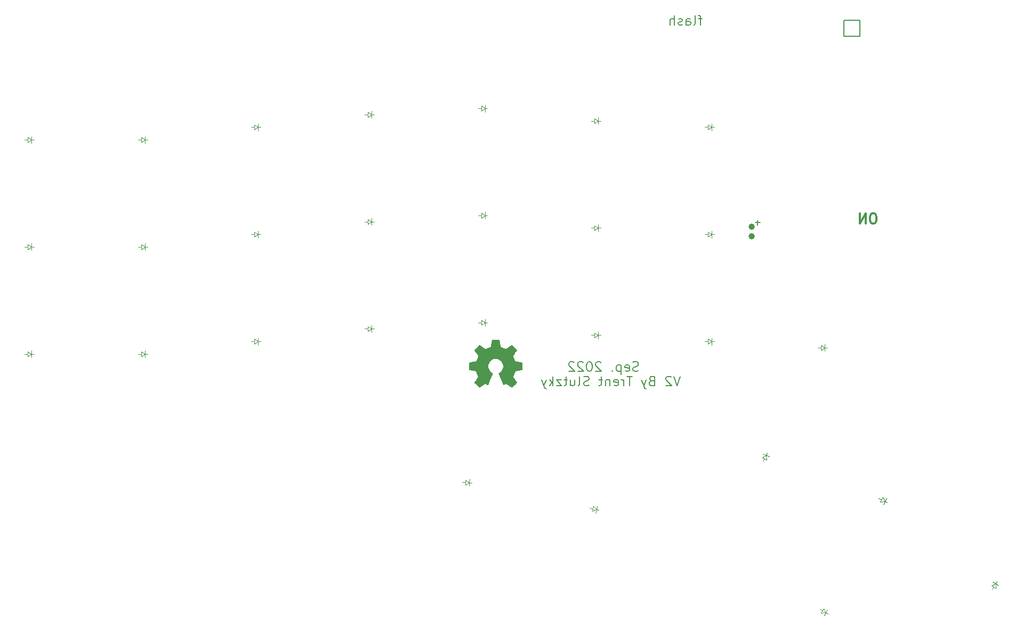
<source format=gbr>
%TF.GenerationSoftware,KiCad,Pcbnew,6.0.7*%
%TF.CreationDate,2022-09-27T18:21:25-04:00*%
%TF.ProjectId,flutter_v2_wren,666c7574-7465-4725-9f76-325f7772656e,v1.0.0*%
%TF.SameCoordinates,Original*%
%TF.FileFunction,Legend,Bot*%
%TF.FilePolarity,Positive*%
%FSLAX46Y46*%
G04 Gerber Fmt 4.6, Leading zero omitted, Abs format (unit mm)*
G04 Created by KiCad (PCBNEW 6.0.7) date 2022-09-27 18:21:25*
%MOMM*%
%LPD*%
G01*
G04 APERTURE LIST*
%ADD10C,0.200000*%
%ADD11C,0.150000*%
%ADD12C,0.300000*%
%ADD13C,0.100000*%
%ADD14C,1.000000*%
G04 APERTURE END LIST*
D10*
X102713375Y-9681606D02*
X102499089Y-9753035D01*
X102141946Y-9753035D01*
X101999089Y-9681606D01*
X101927661Y-9610178D01*
X101856232Y-9467321D01*
X101856232Y-9324464D01*
X101927661Y-9181606D01*
X101999089Y-9110178D01*
X102141946Y-9038749D01*
X102427661Y-8967321D01*
X102570518Y-8895892D01*
X102641946Y-8824464D01*
X102713375Y-8681606D01*
X102713375Y-8538749D01*
X102641946Y-8395892D01*
X102570518Y-8324464D01*
X102427661Y-8253035D01*
X102070518Y-8253035D01*
X101856232Y-8324464D01*
X100641946Y-9681606D02*
X100784803Y-9753035D01*
X101070518Y-9753035D01*
X101213375Y-9681606D01*
X101284803Y-9538749D01*
X101284803Y-8967321D01*
X101213375Y-8824464D01*
X101070518Y-8753035D01*
X100784803Y-8753035D01*
X100641946Y-8824464D01*
X100570518Y-8967321D01*
X100570518Y-9110178D01*
X101284803Y-9253035D01*
X99927661Y-8753035D02*
X99927661Y-10253035D01*
X99927661Y-8824464D02*
X99784803Y-8753035D01*
X99499089Y-8753035D01*
X99356232Y-8824464D01*
X99284803Y-8895892D01*
X99213375Y-9038749D01*
X99213375Y-9467321D01*
X99284803Y-9610178D01*
X99356232Y-9681606D01*
X99499089Y-9753035D01*
X99784803Y-9753035D01*
X99927661Y-9681606D01*
X98570518Y-9610178D02*
X98499089Y-9681606D01*
X98570518Y-9753035D01*
X98641946Y-9681606D01*
X98570518Y-9610178D01*
X98570518Y-9753035D01*
X96784803Y-8395892D02*
X96713375Y-8324464D01*
X96570518Y-8253035D01*
X96213375Y-8253035D01*
X96070518Y-8324464D01*
X95999089Y-8395892D01*
X95927661Y-8538749D01*
X95927661Y-8681606D01*
X95999089Y-8895892D01*
X96856232Y-9753035D01*
X95927661Y-9753035D01*
X94999089Y-8253035D02*
X94856232Y-8253035D01*
X94713375Y-8324464D01*
X94641946Y-8395892D01*
X94570518Y-8538749D01*
X94499089Y-8824464D01*
X94499089Y-9181606D01*
X94570518Y-9467321D01*
X94641946Y-9610178D01*
X94713375Y-9681606D01*
X94856232Y-9753035D01*
X94999089Y-9753035D01*
X95141946Y-9681606D01*
X95213375Y-9610178D01*
X95284803Y-9467321D01*
X95356232Y-9181606D01*
X95356232Y-8824464D01*
X95284803Y-8538749D01*
X95213375Y-8395892D01*
X95141946Y-8324464D01*
X94999089Y-8253035D01*
X93927661Y-8395892D02*
X93856232Y-8324464D01*
X93713375Y-8253035D01*
X93356232Y-8253035D01*
X93213375Y-8324464D01*
X93141946Y-8395892D01*
X93070518Y-8538749D01*
X93070518Y-8681606D01*
X93141946Y-8895892D01*
X93999089Y-9753035D01*
X93070518Y-9753035D01*
X92499089Y-8395892D02*
X92427661Y-8324464D01*
X92284803Y-8253035D01*
X91927661Y-8253035D01*
X91784803Y-8324464D01*
X91713375Y-8395892D01*
X91641946Y-8538749D01*
X91641946Y-8681606D01*
X91713375Y-8895892D01*
X92570518Y-9753035D01*
X91641946Y-9753035D01*
X109369161Y-10550173D02*
X108869161Y-12050173D01*
X108369161Y-10550173D01*
X107940589Y-10693030D02*
X107869161Y-10621602D01*
X107726304Y-10550173D01*
X107369161Y-10550173D01*
X107226304Y-10621602D01*
X107154875Y-10693030D01*
X107083447Y-10835887D01*
X107083447Y-10978744D01*
X107154875Y-11193030D01*
X108012018Y-12050173D01*
X107083447Y-12050173D01*
X104797732Y-11264459D02*
X104583447Y-11335887D01*
X104512018Y-11407316D01*
X104440589Y-11550173D01*
X104440589Y-11764459D01*
X104512018Y-11907316D01*
X104583447Y-11978744D01*
X104726304Y-12050173D01*
X105297732Y-12050173D01*
X105297732Y-10550173D01*
X104797732Y-10550173D01*
X104654875Y-10621602D01*
X104583447Y-10693030D01*
X104512018Y-10835887D01*
X104512018Y-10978744D01*
X104583447Y-11121602D01*
X104654875Y-11193030D01*
X104797732Y-11264459D01*
X105297732Y-11264459D01*
X103940589Y-11050173D02*
X103583447Y-12050173D01*
X103226304Y-11050173D02*
X103583447Y-12050173D01*
X103726304Y-12407316D01*
X103797732Y-12478744D01*
X103940589Y-12550173D01*
X101726304Y-10550173D02*
X100869161Y-10550173D01*
X101297732Y-12050173D02*
X101297732Y-10550173D01*
X100369161Y-12050173D02*
X100369161Y-11050173D01*
X100369161Y-11335887D02*
X100297732Y-11193030D01*
X100226304Y-11121602D01*
X100083447Y-11050173D01*
X99940589Y-11050173D01*
X98869161Y-11978744D02*
X99012018Y-12050173D01*
X99297732Y-12050173D01*
X99440589Y-11978744D01*
X99512018Y-11835887D01*
X99512018Y-11264459D01*
X99440589Y-11121602D01*
X99297732Y-11050173D01*
X99012018Y-11050173D01*
X98869161Y-11121602D01*
X98797732Y-11264459D01*
X98797732Y-11407316D01*
X99512018Y-11550173D01*
X98154875Y-11050173D02*
X98154875Y-12050173D01*
X98154875Y-11193030D02*
X98083447Y-11121602D01*
X97940589Y-11050173D01*
X97726304Y-11050173D01*
X97583447Y-11121602D01*
X97512018Y-11264459D01*
X97512018Y-12050173D01*
X97012018Y-11050173D02*
X96440589Y-11050173D01*
X96797732Y-10550173D02*
X96797732Y-11835887D01*
X96726304Y-11978744D01*
X96583447Y-12050173D01*
X96440589Y-12050173D01*
X94869161Y-11978744D02*
X94654875Y-12050173D01*
X94297732Y-12050173D01*
X94154875Y-11978744D01*
X94083447Y-11907316D01*
X94012018Y-11764459D01*
X94012018Y-11621602D01*
X94083447Y-11478744D01*
X94154875Y-11407316D01*
X94297732Y-11335887D01*
X94583447Y-11264459D01*
X94726304Y-11193030D01*
X94797732Y-11121602D01*
X94869161Y-10978744D01*
X94869161Y-10835887D01*
X94797732Y-10693030D01*
X94726304Y-10621602D01*
X94583447Y-10550173D01*
X94226304Y-10550173D01*
X94012018Y-10621602D01*
X93154875Y-12050173D02*
X93297732Y-11978744D01*
X93369161Y-11835887D01*
X93369161Y-10550173D01*
X91940589Y-11050173D02*
X91940589Y-12050173D01*
X92583447Y-11050173D02*
X92583447Y-11835887D01*
X92512018Y-11978744D01*
X92369161Y-12050173D01*
X92154875Y-12050173D01*
X92012018Y-11978744D01*
X91940589Y-11907316D01*
X91440589Y-11050173D02*
X90869161Y-11050173D01*
X91226304Y-10550173D02*
X91226304Y-11835887D01*
X91154875Y-11978744D01*
X91012018Y-12050173D01*
X90869161Y-12050173D01*
X90512018Y-11050173D02*
X89726304Y-11050173D01*
X90512018Y-12050173D01*
X89726304Y-12050173D01*
X89154875Y-12050173D02*
X89154875Y-10550173D01*
X89012018Y-11478744D02*
X88583447Y-12050173D01*
X88583447Y-11050173D02*
X89154875Y-11621602D01*
X88083447Y-11050173D02*
X87726304Y-12050173D01*
X87369161Y-11050173D02*
X87726304Y-12050173D01*
X87869161Y-12407316D01*
X87940589Y-12478744D01*
X88083447Y-12550173D01*
D11*
X121296708Y13854107D02*
X122058613Y13854107D01*
X121677661Y13473155D02*
X121677661Y14235059D01*
D10*
X112820518Y46246964D02*
X112249089Y46246964D01*
X112606232Y45246964D02*
X112606232Y46532678D01*
X112534803Y46675536D01*
X112391946Y46746964D01*
X112249089Y46746964D01*
X111534803Y45246964D02*
X111677661Y45318393D01*
X111749089Y45461250D01*
X111749089Y46746964D01*
X110320518Y45246964D02*
X110320518Y46032678D01*
X110391946Y46175536D01*
X110534803Y46246964D01*
X110820518Y46246964D01*
X110963375Y46175536D01*
X110320518Y45318393D02*
X110463375Y45246964D01*
X110820518Y45246964D01*
X110963375Y45318393D01*
X111034803Y45461250D01*
X111034803Y45604107D01*
X110963375Y45746964D01*
X110820518Y45818393D01*
X110463375Y45818393D01*
X110320518Y45889821D01*
X109677661Y45318393D02*
X109534803Y45246964D01*
X109249089Y45246964D01*
X109106232Y45318393D01*
X109034803Y45461250D01*
X109034803Y45532678D01*
X109106232Y45675536D01*
X109249089Y45746964D01*
X109463375Y45746964D01*
X109606232Y45818393D01*
X109677661Y45961250D01*
X109677661Y46032678D01*
X109606232Y46175536D01*
X109463375Y46246964D01*
X109249089Y46246964D01*
X109106232Y46175536D01*
X108391946Y45246964D02*
X108391946Y46746964D01*
X107749089Y45246964D02*
X107749089Y46032678D01*
X107820518Y46175536D01*
X107963375Y46246964D01*
X108177661Y46246964D01*
X108320518Y46175536D01*
X108391946Y46104107D01*
D12*
X140168137Y15301726D02*
X139863375Y15301726D01*
X139710994Y15225536D01*
X139558613Y15073155D01*
X139482422Y14768393D01*
X139482422Y14235059D01*
X139558613Y13930297D01*
X139710994Y13777916D01*
X139863375Y13701726D01*
X140168137Y13701726D01*
X140320518Y13777916D01*
X140472899Y13930297D01*
X140549089Y14235059D01*
X140549089Y14768393D01*
X140472899Y15073155D01*
X140320518Y15225536D01*
X140168137Y15301726D01*
X138796708Y13701726D02*
X138796708Y15301726D01*
X137882422Y13701726D01*
X137882422Y15301726D01*
%TO.C,G\u002A\u002A\u002A*%
G36*
X80185722Y-4710729D02*
G01*
X80301191Y-4711601D01*
X80404827Y-4712940D01*
X80493435Y-4714682D01*
X80563822Y-4716759D01*
X80612795Y-4719106D01*
X80637161Y-4721658D01*
X80638998Y-4722297D01*
X80646244Y-4739169D01*
X80657874Y-4782240D01*
X80673464Y-4849545D01*
X80692592Y-4939118D01*
X80714837Y-5048993D01*
X80739776Y-5177205D01*
X80761862Y-5294228D01*
X80785063Y-5417262D01*
X80807138Y-5531615D01*
X80827453Y-5634212D01*
X80845377Y-5721977D01*
X80860279Y-5791833D01*
X80871526Y-5840705D01*
X80878486Y-5865516D01*
X80879694Y-5867860D01*
X80897259Y-5877808D01*
X80936919Y-5896213D01*
X80994639Y-5921447D01*
X81066387Y-5951878D01*
X81148130Y-5985876D01*
X81235836Y-6021811D01*
X81325472Y-6058052D01*
X81413005Y-6092968D01*
X81494402Y-6124930D01*
X81565630Y-6152307D01*
X81622657Y-6173468D01*
X81661450Y-6186783D01*
X81677976Y-6190621D01*
X81677997Y-6190613D01*
X81692928Y-6181414D01*
X81728743Y-6157778D01*
X81782805Y-6121491D01*
X81852479Y-6074338D01*
X81935128Y-6018104D01*
X82028116Y-5954575D01*
X82128806Y-5885536D01*
X82153188Y-5868783D01*
X82255632Y-5798803D01*
X82351422Y-5734206D01*
X82437861Y-5676749D01*
X82512251Y-5628188D01*
X82571896Y-5590280D01*
X82614098Y-5564781D01*
X82636160Y-5553447D01*
X82638086Y-5553029D01*
X82654175Y-5562904D01*
X82687344Y-5590747D01*
X82734918Y-5633884D01*
X82794225Y-5689638D01*
X82862589Y-5755336D01*
X82937338Y-5828302D01*
X83015797Y-5905861D01*
X83095293Y-5985339D01*
X83173151Y-6064061D01*
X83246698Y-6139352D01*
X83313260Y-6208537D01*
X83370163Y-6268941D01*
X83414732Y-6317890D01*
X83444295Y-6352708D01*
X83456177Y-6370721D01*
X83456291Y-6371528D01*
X83448426Y-6388737D01*
X83426032Y-6426625D01*
X83390906Y-6482423D01*
X83344846Y-6553363D01*
X83289652Y-6636679D01*
X83227121Y-6729602D01*
X83159051Y-6829365D01*
X83154685Y-6835720D01*
X83085802Y-6936174D01*
X83021701Y-7030137D01*
X82964277Y-7114795D01*
X82915427Y-7187333D01*
X82877044Y-7244935D01*
X82851026Y-7284786D01*
X82839267Y-7304071D01*
X82839105Y-7304408D01*
X82836900Y-7317685D01*
X82840071Y-7339731D01*
X82849596Y-7373231D01*
X82866451Y-7420870D01*
X82891614Y-7485332D01*
X82926063Y-7569304D01*
X82970775Y-7675469D01*
X82994282Y-7730678D01*
X83040032Y-7836417D01*
X83082196Y-7931066D01*
X83119370Y-8011658D01*
X83150148Y-8075222D01*
X83173126Y-8118792D01*
X83186898Y-8139397D01*
X83188210Y-8140397D01*
X83207474Y-8145967D01*
X83251590Y-8156016D01*
X83317305Y-8169887D01*
X83401365Y-8186920D01*
X83500518Y-8206459D01*
X83611510Y-8227844D01*
X83731088Y-8250419D01*
X83744170Y-8252861D01*
X83881224Y-8278847D01*
X84001885Y-8302583D01*
X84104072Y-8323621D01*
X84185702Y-8341509D01*
X84244696Y-8355796D01*
X84278972Y-8366033D01*
X84287031Y-8370335D01*
X84289620Y-8388283D01*
X84292021Y-8431609D01*
X84294168Y-8497119D01*
X84295995Y-8581621D01*
X84297436Y-8681921D01*
X84298427Y-8794826D01*
X84298900Y-8917143D01*
X84298929Y-8947708D01*
X84298837Y-9092590D01*
X84298379Y-9211412D01*
X84297468Y-9306685D01*
X84296018Y-9380917D01*
X84293941Y-9436620D01*
X84291150Y-9476302D01*
X84287559Y-9502476D01*
X84283081Y-9517649D01*
X84279000Y-9523394D01*
X84260722Y-9529743D01*
X84217604Y-9540430D01*
X84152931Y-9554767D01*
X84069991Y-9572069D01*
X83972069Y-9591650D01*
X83862452Y-9612824D01*
X83746858Y-9634457D01*
X83617064Y-9658816D01*
X83500607Y-9681548D01*
X83400112Y-9702090D01*
X83318206Y-9719879D01*
X83257513Y-9734351D01*
X83220660Y-9744944D01*
X83210752Y-9749466D01*
X83199441Y-9767612D01*
X83179784Y-9808111D01*
X83153350Y-9867058D01*
X83121710Y-9940550D01*
X83086435Y-10024683D01*
X83049093Y-10115553D01*
X83011255Y-10209257D01*
X82974492Y-10301892D01*
X82940374Y-10389552D01*
X82910470Y-10468336D01*
X82886351Y-10534339D01*
X82869587Y-10583657D01*
X82861748Y-10612387D01*
X82861567Y-10617602D01*
X82870974Y-10633115D01*
X82894728Y-10669402D01*
X82930972Y-10723708D01*
X82977850Y-10793278D01*
X83033504Y-10875353D01*
X83096077Y-10967179D01*
X83162342Y-11064002D01*
X83229765Y-11163032D01*
X83291743Y-11255454D01*
X83346456Y-11338447D01*
X83392087Y-11409192D01*
X83426814Y-11464869D01*
X83448820Y-11502659D01*
X83456291Y-11519588D01*
X83446441Y-11535532D01*
X83418671Y-11568601D01*
X83375649Y-11616119D01*
X83320043Y-11675408D01*
X83254521Y-11743789D01*
X83181752Y-11818586D01*
X83104403Y-11897120D01*
X83025142Y-11976714D01*
X82946638Y-12054690D01*
X82871559Y-12128370D01*
X82802573Y-12195077D01*
X82742348Y-12252132D01*
X82693552Y-12296859D01*
X82658854Y-12326578D01*
X82640921Y-12338614D01*
X82640073Y-12338743D01*
X82623550Y-12330895D01*
X82586353Y-12308564D01*
X82531270Y-12273572D01*
X82461091Y-12227738D01*
X82378605Y-12172885D01*
X82286600Y-12110832D01*
X82191484Y-12045886D01*
X82092826Y-11978585D01*
X82000874Y-11916734D01*
X81918437Y-11862155D01*
X81848325Y-11816674D01*
X81793346Y-11782112D01*
X81756311Y-11760293D01*
X81740241Y-11753029D01*
X81719357Y-11759555D01*
X81678605Y-11777511D01*
X81623099Y-11804465D01*
X81557955Y-11837986D01*
X81528029Y-11853934D01*
X81456179Y-11891238D01*
X81393507Y-11921125D01*
X81344739Y-11941505D01*
X81314605Y-11950286D01*
X81310013Y-11950362D01*
X81302735Y-11946441D01*
X81293284Y-11935403D01*
X81280889Y-11915518D01*
X81264778Y-11885051D01*
X81244182Y-11842269D01*
X81218329Y-11785440D01*
X81186449Y-11712830D01*
X81147770Y-11622706D01*
X81101521Y-11513335D01*
X81046932Y-11382984D01*
X80983233Y-11229920D01*
X80909651Y-11052409D01*
X80896732Y-11021194D01*
X80833168Y-10867000D01*
X80773140Y-10720246D01*
X80717507Y-10583105D01*
X80667128Y-10457749D01*
X80622863Y-10346353D01*
X80585571Y-10251089D01*
X80556113Y-10174131D01*
X80535346Y-10117652D01*
X80524132Y-10083826D01*
X80522435Y-10074765D01*
X80537025Y-10058140D01*
X80570136Y-10029821D01*
X80616567Y-9994038D01*
X80661390Y-9961772D01*
X80779935Y-9874432D01*
X80876744Y-9791924D01*
X80956750Y-9708829D01*
X81024887Y-9619725D01*
X81086085Y-9519191D01*
X81116087Y-9462022D01*
X81183278Y-9297710D01*
X81223547Y-9128053D01*
X81237336Y-8955935D01*
X81225085Y-8784240D01*
X81187234Y-8615851D01*
X81124222Y-8453653D01*
X81036490Y-8300529D01*
X80924479Y-8159363D01*
X80915865Y-8150137D01*
X80781875Y-8027589D01*
X80632242Y-7928006D01*
X80465048Y-7850203D01*
X80384358Y-7822229D01*
X80337319Y-7808638D01*
X80292977Y-7799239D01*
X80244295Y-7793296D01*
X80184237Y-7790076D01*
X80105767Y-7788844D01*
X80063433Y-7788743D01*
X79974501Y-7789335D01*
X79907068Y-7791600D01*
X79854078Y-7796274D01*
X79808476Y-7804091D01*
X79763204Y-7815787D01*
X79742005Y-7822215D01*
X79567669Y-7890840D01*
X79409388Y-7982191D01*
X79268804Y-8094884D01*
X79147559Y-8227533D01*
X79047295Y-8378753D01*
X79019533Y-8431600D01*
X78961681Y-8563370D01*
X78923654Y-8688142D01*
X78902916Y-8816706D01*
X78896919Y-8953029D01*
X78910583Y-9136013D01*
X78951095Y-9310580D01*
X79017731Y-9474937D01*
X79109768Y-9627291D01*
X79223770Y-9763082D01*
X79274909Y-9810878D01*
X79341338Y-9866616D01*
X79414414Y-9923592D01*
X79485492Y-9975099D01*
X79545927Y-10014429D01*
X79553307Y-10018731D01*
X79586189Y-10043764D01*
X79605987Y-10070419D01*
X79607261Y-10074313D01*
X79603176Y-10093080D01*
X79588465Y-10136699D01*
X79563694Y-10203736D01*
X79529428Y-10292754D01*
X79486233Y-10402318D01*
X79434675Y-10530992D01*
X79375318Y-10677341D01*
X79308728Y-10839928D01*
X79242816Y-10999596D01*
X79179744Y-11151738D01*
X79119604Y-11296579D01*
X79063330Y-11431880D01*
X79011856Y-11555406D01*
X78966118Y-11664920D01*
X78927050Y-11758186D01*
X78895587Y-11832967D01*
X78872663Y-11887027D01*
X78859214Y-11918128D01*
X78856216Y-11924596D01*
X78833064Y-11947395D01*
X78813915Y-11953029D01*
X78792225Y-11946489D01*
X78750737Y-11928494D01*
X78694620Y-11901475D01*
X78629043Y-11867868D01*
X78598593Y-11851658D01*
X78514767Y-11808125D01*
X78448631Y-11777184D01*
X78402398Y-11759798D01*
X78379751Y-11756509D01*
X78359666Y-11766160D01*
X78319896Y-11789868D01*
X78264134Y-11825262D01*
X78196071Y-11869971D01*
X78119399Y-11921622D01*
X78070576Y-11955113D01*
X77938638Y-12046118D01*
X77828177Y-12122026D01*
X77737258Y-12184109D01*
X77663943Y-12233642D01*
X77606294Y-12271897D01*
X77562375Y-12300149D01*
X77530248Y-12319671D01*
X77507975Y-12331737D01*
X77493621Y-12337620D01*
X77487078Y-12338743D01*
X77472267Y-12328955D01*
X77439687Y-12301055D01*
X77391668Y-12257239D01*
X77330535Y-12199704D01*
X77258620Y-12130646D01*
X77178248Y-12052261D01*
X77091750Y-11966745D01*
X77074657Y-11949715D01*
X76987495Y-11862337D01*
X76906715Y-11780538D01*
X76834573Y-11706664D01*
X76773324Y-11643059D01*
X76725225Y-11592070D01*
X76692531Y-11556044D01*
X76677497Y-11537326D01*
X76676838Y-11535968D01*
X76674308Y-11527596D01*
X76673424Y-11519039D01*
X76675625Y-11507980D01*
X76682349Y-11492097D01*
X76695034Y-11469072D01*
X76715120Y-11436585D01*
X76744045Y-11392317D01*
X76783247Y-11333948D01*
X76834165Y-11259159D01*
X76898237Y-11165631D01*
X76976903Y-11051043D01*
X76984063Y-11040616D01*
X77050558Y-10943201D01*
X77111593Y-10852688D01*
X77165328Y-10771888D01*
X77209924Y-10703616D01*
X77243540Y-10650683D01*
X77264338Y-10615902D01*
X77270576Y-10602493D01*
X77265433Y-10584499D01*
X77250863Y-10543400D01*
X77228154Y-10482575D01*
X77198593Y-10405405D01*
X77163468Y-10315271D01*
X77124066Y-10215554D01*
X77104363Y-10166154D01*
X77054484Y-10042439D01*
X77013562Y-9943274D01*
X76980577Y-9866435D01*
X76954509Y-9809699D01*
X76934338Y-9770843D01*
X76919043Y-9747644D01*
X76907934Y-9738010D01*
X76887240Y-9732559D01*
X76841826Y-9722684D01*
X76775083Y-9709054D01*
X76690407Y-9692341D01*
X76591188Y-9673215D01*
X76480821Y-9652346D01*
X76372154Y-9632147D01*
X76255056Y-9610218D01*
X76146475Y-9589234D01*
X76049713Y-9569883D01*
X75968074Y-9552854D01*
X75904859Y-9538833D01*
X75863373Y-9528509D01*
X75847154Y-9522803D01*
X75842100Y-9513885D01*
X75837960Y-9494708D01*
X75834653Y-9462848D01*
X75832099Y-9415878D01*
X75830214Y-9351374D01*
X75828918Y-9266911D01*
X75828130Y-9160063D01*
X75827767Y-9028405D01*
X75827719Y-8944466D01*
X75827719Y-8382259D01*
X75859862Y-8362428D01*
X75880918Y-8355392D01*
X75926754Y-8344064D01*
X75994018Y-8329144D01*
X76079357Y-8311331D01*
X76179418Y-8291323D01*
X76290850Y-8269822D01*
X76410301Y-8247525D01*
X76413433Y-8246950D01*
X76532320Y-8224768D01*
X76642647Y-8203463D01*
X76741176Y-8183716D01*
X76824672Y-8166207D01*
X76889897Y-8151615D01*
X76933615Y-8140619D01*
X76952589Y-8133899D01*
X76952818Y-8133699D01*
X76963182Y-8116081D01*
X76982674Y-8076163D01*
X77009546Y-8018013D01*
X77042045Y-7945698D01*
X77078424Y-7863282D01*
X77116931Y-7774834D01*
X77155817Y-7684419D01*
X77193331Y-7596104D01*
X77227724Y-7513955D01*
X77257246Y-7442039D01*
X77280146Y-7384421D01*
X77294675Y-7345170D01*
X77299148Y-7328941D01*
X77291295Y-7312576D01*
X77268920Y-7275449D01*
X77233793Y-7220265D01*
X77187686Y-7149731D01*
X77132371Y-7066553D01*
X77069620Y-6973436D01*
X77001204Y-6873088D01*
X76990325Y-6857234D01*
X76920880Y-6755667D01*
X76856502Y-6660652D01*
X76799017Y-6574947D01*
X76750250Y-6501310D01*
X76712024Y-6442500D01*
X76686165Y-6401274D01*
X76674498Y-6380392D01*
X76674101Y-6379251D01*
X76676241Y-6367708D01*
X76687940Y-6348271D01*
X76710726Y-6319270D01*
X76746126Y-6279038D01*
X76795664Y-6225903D01*
X76860869Y-6158197D01*
X76943265Y-6074250D01*
X77044380Y-5972393D01*
X77064726Y-5951988D01*
X77166016Y-5851142D01*
X77256394Y-5762530D01*
X77334323Y-5687595D01*
X77398266Y-5627780D01*
X77446684Y-5584530D01*
X77478040Y-5559288D01*
X77489714Y-5553029D01*
X77507247Y-5560882D01*
X77545483Y-5583253D01*
X77601661Y-5618357D01*
X77673020Y-5664410D01*
X77756798Y-5719627D01*
X77850235Y-5782225D01*
X77950570Y-5850418D01*
X77961483Y-5857892D01*
X78062760Y-5927181D01*
X78157591Y-5991821D01*
X78243168Y-6049916D01*
X78316682Y-6099570D01*
X78375325Y-6138887D01*
X78416289Y-6165968D01*
X78436764Y-6178920D01*
X78437483Y-6179315D01*
X78450006Y-6183123D01*
X78468382Y-6182570D01*
X78495715Y-6176626D01*
X78535111Y-6164262D01*
X78589675Y-6144445D01*
X78662514Y-6116145D01*
X78756732Y-6078332D01*
X78823197Y-6051310D01*
X78940897Y-6003258D01*
X79034885Y-5964624D01*
X79107923Y-5934081D01*
X79162771Y-5910302D01*
X79202190Y-5891957D01*
X79228943Y-5877720D01*
X79245790Y-5866263D01*
X79255493Y-5856257D01*
X79260813Y-5846375D01*
X79263111Y-5839758D01*
X79267652Y-5819779D01*
X79276745Y-5774980D01*
X79289756Y-5708639D01*
X79306057Y-5624033D01*
X79325015Y-5524441D01*
X79345999Y-5413139D01*
X79368380Y-5293406D01*
X79370676Y-5281062D01*
X79393333Y-5161019D01*
X79415032Y-5049427D01*
X79435099Y-4949504D01*
X79452860Y-4864469D01*
X79467641Y-4797540D01*
X79478768Y-4751938D01*
X79485568Y-4730881D01*
X79486021Y-4730203D01*
X79494541Y-4725012D01*
X79512317Y-4720770D01*
X79541847Y-4717390D01*
X79585630Y-4714788D01*
X79646166Y-4712876D01*
X79725954Y-4711569D01*
X79827493Y-4710781D01*
X79953282Y-4710426D01*
X80061611Y-4710390D01*
X80185722Y-4710729D01*
G37*
D13*
%TO.C,D1*%
X5750000Y-7400000D02*
X5750000Y-6600000D01*
X6350000Y-7000000D02*
X5750000Y-7400000D01*
X6350000Y-7000000D02*
X6350000Y-6450000D01*
X5750000Y-6600000D02*
X6350000Y-7000000D01*
X6750000Y-7000000D02*
X6350000Y-7000000D01*
X5750000Y-7000000D02*
X5250000Y-7000000D01*
X6350000Y-7000000D02*
X6350000Y-7550000D01*
%TO.C,D2*%
X6350000Y10000000D02*
X6350000Y9450000D01*
X6350000Y10000000D02*
X5750000Y9600000D01*
X6750000Y10000000D02*
X6350000Y10000000D01*
X5750000Y10400000D02*
X6350000Y10000000D01*
X6350000Y10000000D02*
X6350000Y10550000D01*
X5750000Y9600000D02*
X5750000Y10400000D01*
X5750000Y10000000D02*
X5250000Y10000000D01*
%TO.C,D3*%
X6350000Y27000000D02*
X6350000Y27550000D01*
X5750000Y27000000D02*
X5250000Y27000000D01*
X6750000Y27000000D02*
X6350000Y27000000D01*
X5750000Y27400000D02*
X6350000Y27000000D01*
X6350000Y27000000D02*
X5750000Y26600000D01*
X6350000Y27000000D02*
X6350000Y26450000D01*
X5750000Y26600000D02*
X5750000Y27400000D01*
%TO.C,D24*%
X141865727Y-30387995D02*
X141607517Y-30873616D01*
X141523747Y-29753133D02*
X141865727Y-30387995D01*
X141865727Y-30387995D02*
X141148169Y-30459491D01*
X142218906Y-30575784D02*
X141865727Y-30387995D01*
X141335958Y-30106312D02*
X140894484Y-29871576D01*
X141865727Y-30387995D02*
X142123936Y-29902374D01*
X141148169Y-30459491D02*
X141523747Y-29753133D01*
%TO.C,D23*%
X132134315Y-47412085D02*
X132476295Y-48046947D01*
X131946526Y-47765264D02*
X131505052Y-47530528D01*
X132476295Y-48046947D02*
X132218085Y-48532568D01*
X132476295Y-48046947D02*
X132734504Y-47561326D01*
X132829474Y-48234736D02*
X132476295Y-48046947D01*
X131758737Y-48118443D02*
X132134315Y-47412085D01*
X132476295Y-48046947D02*
X131758737Y-48118443D01*
%TO.C,D17*%
X96350000Y13000000D02*
X96350000Y12450000D01*
X95750000Y13400000D02*
X96350000Y13000000D01*
X96350000Y13000000D02*
X96350000Y13550000D01*
X95750000Y13000000D02*
X95250000Y13000000D01*
X96750000Y13000000D02*
X96350000Y13000000D01*
X96350000Y13000000D02*
X95750000Y12600000D01*
X95750000Y12600000D02*
X95750000Y13400000D01*
%TO.C,D11*%
X59750000Y14400000D02*
X60350000Y14000000D01*
X60750000Y14000000D02*
X60350000Y14000000D01*
X60350000Y14000000D02*
X60350000Y14550000D01*
X60350000Y14000000D02*
X59750000Y13600000D01*
X59750000Y13600000D02*
X59750000Y14400000D01*
X59750000Y14000000D02*
X59250000Y14000000D01*
X60350000Y14000000D02*
X60350000Y13450000D01*
%TO.C,D19*%
X114350000Y-5000000D02*
X114350000Y-4450000D01*
X113750000Y-5400000D02*
X113750000Y-4600000D01*
X114750000Y-5000000D02*
X114350000Y-5000000D01*
X113750000Y-5000000D02*
X113250000Y-5000000D01*
X113750000Y-4600000D02*
X114350000Y-5000000D01*
X114350000Y-5000000D02*
X113750000Y-5400000D01*
X114350000Y-5000000D02*
X114350000Y-5550000D01*
%TO.C,D20*%
X114350000Y12000000D02*
X114350000Y12550000D01*
X114750000Y12000000D02*
X114350000Y12000000D01*
X113750000Y12000000D02*
X113250000Y12000000D01*
X113750000Y11600000D02*
X113750000Y12400000D01*
X114350000Y12000000D02*
X114350000Y11450000D01*
X113750000Y12400000D02*
X114350000Y12000000D01*
X114350000Y12000000D02*
X113750000Y11600000D01*
%TO.C,D18*%
X95750000Y29600000D02*
X95750000Y30400000D01*
X96350000Y30000000D02*
X96350000Y29450000D01*
X95750000Y30000000D02*
X95250000Y30000000D01*
X96750000Y30000000D02*
X96350000Y30000000D01*
X96350000Y30000000D02*
X95750000Y29600000D01*
X95750000Y30400000D02*
X96350000Y30000000D01*
X96350000Y30000000D02*
X96350000Y30550000D01*
%TO.C,D10*%
X60750000Y-3000000D02*
X60350000Y-3000000D01*
X59750000Y-2600000D02*
X60350000Y-3000000D01*
X59750000Y-3400000D02*
X59750000Y-2600000D01*
X60350000Y-3000000D02*
X60350000Y-2450000D01*
X59750000Y-3000000D02*
X59250000Y-3000000D01*
X60350000Y-3000000D02*
X59750000Y-3400000D01*
X60350000Y-3000000D02*
X60350000Y-3550000D01*
%TO.C,D13*%
X78350000Y-2000000D02*
X77750000Y-2400000D01*
X77750000Y-1600000D02*
X78350000Y-2000000D01*
X77750000Y-2400000D02*
X77750000Y-1600000D01*
X78750000Y-2000000D02*
X78350000Y-2000000D01*
X78350000Y-2000000D02*
X78350000Y-2550000D01*
X77750000Y-2000000D02*
X77250000Y-2000000D01*
X78350000Y-2000000D02*
X78350000Y-1450000D01*
%TO.C,D15*%
X78350000Y32000000D02*
X78350000Y31450000D01*
X78350000Y32000000D02*
X77750000Y31600000D01*
X77750000Y32400000D02*
X78350000Y32000000D01*
X78350000Y32000000D02*
X78350000Y32550000D01*
X78750000Y32000000D02*
X78350000Y32000000D01*
X77750000Y32000000D02*
X77250000Y32000000D01*
X77750000Y31600000D02*
X77750000Y32400000D01*
%TO.C,D26*%
X132350000Y-6000000D02*
X132350000Y-6550000D01*
X132350000Y-6000000D02*
X131750000Y-6400000D01*
X131750000Y-5600000D02*
X132350000Y-6000000D01*
X131750000Y-6400000D02*
X131750000Y-5600000D01*
X132750000Y-6000000D02*
X132350000Y-6000000D01*
X132350000Y-6000000D02*
X132350000Y-5450000D01*
X131750000Y-6000000D02*
X131250000Y-6000000D01*
%TO.C,D4*%
X23750000Y-7400000D02*
X23750000Y-6600000D01*
X24350000Y-7000000D02*
X24350000Y-6450000D01*
X24350000Y-7000000D02*
X24350000Y-7550000D01*
X23750000Y-7000000D02*
X23250000Y-7000000D01*
X24750000Y-7000000D02*
X24350000Y-7000000D01*
X24350000Y-7000000D02*
X23750000Y-7400000D01*
X23750000Y-6600000D02*
X24350000Y-7000000D01*
%TO.C,D7*%
X42350000Y-5000000D02*
X42350000Y-4450000D01*
X42750000Y-5000000D02*
X42350000Y-5000000D01*
X42350000Y-5000000D02*
X41750000Y-5400000D01*
X41750000Y-4600000D02*
X42350000Y-5000000D01*
X41750000Y-5400000D02*
X41750000Y-4600000D01*
X41750000Y-5000000D02*
X41250000Y-5000000D01*
X42350000Y-5000000D02*
X42350000Y-5550000D01*
%TO.C,D16*%
X96350000Y-4000000D02*
X96350000Y-4550000D01*
X96750000Y-4000000D02*
X96350000Y-4000000D01*
X96350000Y-4000000D02*
X95750000Y-4400000D01*
X95750000Y-4400000D02*
X95750000Y-3600000D01*
X96350000Y-4000000D02*
X96350000Y-3450000D01*
X95750000Y-4000000D02*
X95250000Y-4000000D01*
X95750000Y-3600000D02*
X96350000Y-4000000D01*
%TO.C,D8*%
X42750000Y12000000D02*
X42350000Y12000000D01*
X42350000Y12000000D02*
X42350000Y11450000D01*
X41750000Y12000000D02*
X41250000Y12000000D01*
X41750000Y11600000D02*
X41750000Y12400000D01*
X42350000Y12000000D02*
X41750000Y11600000D01*
X42350000Y12000000D02*
X42350000Y12550000D01*
X41750000Y12400000D02*
X42350000Y12000000D01*
%TO.C,D22*%
X123098972Y-23756965D02*
X122368136Y-23431576D01*
X122977596Y-23046143D02*
X123480046Y-23269848D01*
X122733554Y-23594270D02*
X122530186Y-24051043D01*
X122368136Y-23431576D02*
X122977596Y-23046143D01*
X122977596Y-23046143D02*
X123098972Y-23756965D01*
X123140290Y-22680725D02*
X122977596Y-23046143D01*
X122977596Y-23046143D02*
X122475146Y-22822438D01*
%TO.C,D27*%
X76245262Y-27453804D02*
X75846236Y-27425902D01*
X75846236Y-27425902D02*
X75884602Y-26877242D01*
X75247698Y-27384048D02*
X74748916Y-27349170D01*
X75846236Y-27425902D02*
X75807870Y-27974562D01*
X75275601Y-26985022D02*
X75846236Y-27425902D01*
X75219795Y-27783074D02*
X75275601Y-26985022D01*
X75846236Y-27425902D02*
X75219795Y-27783074D01*
%TO.C,D25*%
X159472027Y-44185519D02*
X158801091Y-43749808D01*
X159681198Y-43128993D02*
X159463343Y-43464461D01*
X159463343Y-43464461D02*
X159002074Y-43164910D01*
X158801091Y-43749808D02*
X159463343Y-43464461D01*
X159463343Y-43464461D02*
X159472027Y-44185519D01*
X159463343Y-43464461D02*
X159924611Y-43764013D01*
X159136559Y-43967664D02*
X158864240Y-44386999D01*
%TO.C,D28*%
X95363631Y-31937849D02*
X95550388Y-31159953D01*
X96040431Y-31688968D02*
X95912037Y-32223771D01*
X96040431Y-31688968D02*
X96168826Y-31154164D01*
X95457010Y-31548901D02*
X94970825Y-31432178D01*
X95550388Y-31159953D02*
X96040431Y-31688968D01*
X96040431Y-31688968D02*
X95363631Y-31937849D01*
X96429379Y-31782346D02*
X96040431Y-31688968D01*
%TO.C,D21*%
X113750000Y29000000D02*
X113250000Y29000000D01*
X114750000Y29000000D02*
X114350000Y29000000D01*
X113750000Y29400000D02*
X114350000Y29000000D01*
X114350000Y29000000D02*
X114350000Y29550000D01*
X113750000Y28600000D02*
X113750000Y29400000D01*
X114350000Y29000000D02*
X113750000Y28600000D01*
X114350000Y29000000D02*
X114350000Y28450000D01*
%TO.C,D9*%
X41750000Y29000000D02*
X41250000Y29000000D01*
X42750000Y29000000D02*
X42350000Y29000000D01*
X41750000Y28600000D02*
X41750000Y29400000D01*
X42350000Y29000000D02*
X42350000Y28450000D01*
X42350000Y29000000D02*
X41750000Y28600000D01*
X42350000Y29000000D02*
X42350000Y29550000D01*
X41750000Y29400000D02*
X42350000Y29000000D01*
%TO.C,D12*%
X59750000Y30600000D02*
X59750000Y31400000D01*
X60750000Y31000000D02*
X60350000Y31000000D01*
X60350000Y31000000D02*
X60350000Y31550000D01*
X60350000Y31000000D02*
X60350000Y30450000D01*
X59750000Y31000000D02*
X59250000Y31000000D01*
X60350000Y31000000D02*
X59750000Y30600000D01*
X59750000Y31400000D02*
X60350000Y31000000D01*
%TO.C,D5*%
X24350000Y10000000D02*
X24350000Y9450000D01*
X23750000Y9600000D02*
X23750000Y10400000D01*
X23750000Y10000000D02*
X23250000Y10000000D01*
X24350000Y10000000D02*
X23750000Y9600000D01*
X24750000Y10000000D02*
X24350000Y10000000D01*
X23750000Y10400000D02*
X24350000Y10000000D01*
X24350000Y10000000D02*
X24350000Y10550000D01*
D11*
%TO.C,MCU1*%
X135350000Y43450000D02*
X137890000Y43450000D01*
X137890000Y43450000D02*
X137890000Y45990000D01*
X135350000Y45990000D02*
X137890000Y45990000D01*
X135350000Y45990000D02*
X135350000Y43450000D01*
D13*
%TO.C,D14*%
X78350000Y15000000D02*
X77750000Y14600000D01*
X78350000Y15000000D02*
X78350000Y14450000D01*
X78350000Y15000000D02*
X78350000Y15550000D01*
X77750000Y14600000D02*
X77750000Y15400000D01*
X77750000Y15400000D02*
X78350000Y15000000D01*
X77750000Y15000000D02*
X77250000Y15000000D01*
X78750000Y15000000D02*
X78350000Y15000000D01*
%TO.C,D6*%
X24350000Y27000000D02*
X24350000Y27550000D01*
X23750000Y27000000D02*
X23250000Y27000000D01*
X24350000Y27000000D02*
X24350000Y26450000D01*
X24750000Y27000000D02*
X24350000Y27000000D01*
X23750000Y27400000D02*
X24350000Y27000000D01*
X23750000Y26600000D02*
X23750000Y27400000D01*
X24350000Y27000000D02*
X23750000Y26600000D01*
%TD*%
D14*
%TO.C,*%
X120677661Y11675536D03*
X120677661Y13175536D03*
%TD*%
M02*

</source>
